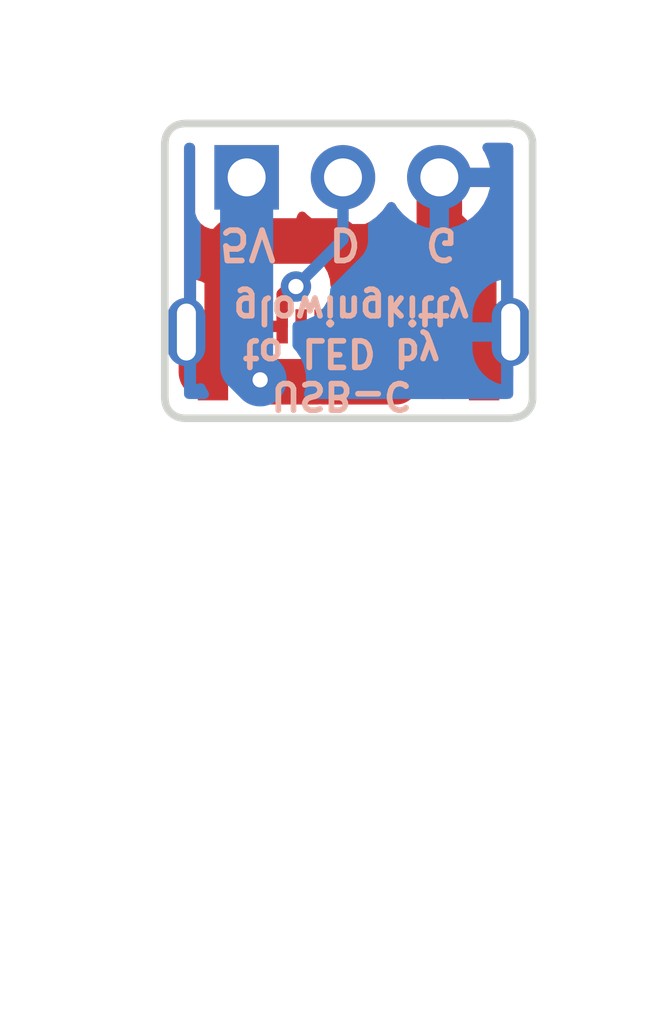
<source format=kicad_pcb>
(kicad_pcb (version 20211014) (generator pcbnew)
  (layers (0 "F.Cu" signal) (31 "B.Cu" signal) (34 "B.Paste" user) (35 "F.Paste" user) (36 "B.SilkS" user "B.Silkscreen") (37 "F.SilkS" user "F.Silkscreen") (38 "B.Mask" user) (39 "F.Mask" user) (44 "Edge.Cuts" user))
  (net 0 "")
  (net 6 "+5V")
  (net 7 "GND")
  (net 8 "DATA")
  (footprint "Connector_PinHeader_2.54mm:PinHeader_1x03_P2.54mm_Vertical" (layer "F.Cu") (at 129.2352 91.5924 90)
    (fp_text reference "J1" hide)
    (fp_text value "Conn_01x03")
    (pad "1" thru_hole rect (at 0 0 90) (size 1.7 1.7) (drill 1) (layers *.Cu *.Mask) (net 6 "+5V"))
    (pad "2" thru_hole oval (at 0 2.54 90) (size 1.7 1.7) (drill 1) (layers *.Cu *.Mask) (net 8 "DATA"))
    (pad "3" thru_hole oval (at 0 5.08 90) (size 1.7 1.7) (drill 1) (layers *.Cu *.Mask) (net 7 "GND"))
  )
  (footprint "USBCmale:U261-121N-4BS2S" (layer "F.Cu") (at 131.922206 101.959414)
    (fp_text reference "U1" hide)
    (fp_text value "U261-121N-4BS2S")
    (pad "25" thru_hole oval locked (at -4.275006 -6.292024) (size 1 1.8) (drill oval 0.500025 1.5) (layers *.Cu *.Mask) (net 7 "GND"))
    (pad "25" smd rect locked (at -3.575006 -5.241986) (size 0.8 1.5) (layers "F.Cu" "F.Paste" "F.Mask") (net 7 "GND"))
    (pad "26" smd rect locked (at 3.575006 -5.241986) (size 0.8 1.5) (layers "F.Cu" "F.Paste" "F.Mask") (net 7 "GND"))
    (pad "26" thru_hole oval locked (at 4.275006 -6.292024) (size 1 1.8) (drill oval 0.500025 1.5) (layers *.Cu *.Mask) (net 7 "GND"))
    (pad "A1" smd rect locked (at 2.749987 -6.442037) (size 0.3 0.9) (layers "F.Cu" "F.Paste" "F.Mask") (net 7 "GND"))
    (pad "A2" smd rect locked (at 2.249987 -6.442037) (size 0.3 0.9) (layers "F.Cu" "F.Paste" "F.Mask"))
    (pad "A3" smd rect locked (at 1.749987 -6.442037) (size 0.3 0.9) (layers "F.Cu" "F.Paste" "F.Mask"))
    (pad "A4" smd rect locked (at 1.249987 -6.442037) (size 0.3 0.9) (layers "F.Cu" "F.Paste" "F.Mask") (net 6 "+5V"))
    (pad "A5" smd rect locked (at -1.250013 -6.442037) (size 0.3 0.9) (layers "F.Cu" "F.Paste" "F.Mask"))
    (pad "A6" smd rect locked (at -1.750013 -6.442037) (size 0.3 0.9) (layers "F.Cu" "F.Paste" "F.Mask") (net 8 "DATA"))
    (pad "A7" smd rect locked (at -2.250013 -6.442037) (size 0.3 0.9) (layers "F.Cu" "F.Paste" "F.Mask") (net 8 "DATA"))
    (pad "A12" smd rect locked (at -2.750013 -6.442037) (size 0.3 0.9) (layers "F.Cu" "F.Paste" "F.Mask") (net 7 "GND"))
    (pad "B9" smd rect locked (at -0.750013 -6.442037) (size 0.3 0.9) (layers "F.Cu" "F.Paste" "F.Mask") (net 6 "+5V"))
    (pad "B10" smd rect locked (at -0.250013 -6.442037) (size 0.3 0.9) (layers "F.Cu" "F.Paste" "F.Mask"))
    (pad "B11" smd rect locked (at 0.249987 -6.442037) (size 0.3 0.9) (layers "F.Cu" "F.Paste" "F.Mask"))
    (pad "B12" smd rect locked (at 0.749987 -6.442037) (size 0.3 0.9) (layers "F.Cu" "F.Paste" "F.Mask") (net 7 "GND"))
  )
  (gr_arc (start 136.418598 90.215407) (mid 136.674898 90.396055) (end 136.773221 90.693806) (layer "Edge.Cuts") (width 0.2))
  (gr_arc (start 127.505557 90.183955) (mid 127.581749 90.175147) (end 127.658392 90.172205) (layer "Edge.Cuts") (width 0.2))
  (gr_line (start 136.773221 90.693806) (end 136.773221 97.418591) (layer "Edge.Cuts") (width 0.2))
  (gr_line (start 127.658392 90.172205) (end 136.127852 90.172205) (layer "Edge.Cuts") (width 0.2))
  (gr_line (start 136.127852 97.940195) (end 127.658398 97.940195) (layer "Edge.Cuts") (width 0.2))
  (gr_arc (start 127.505548 97.928442) (mid 127.202363 97.75973) (end 127.081979 97.434319) (layer "Edge.Cuts") (width 0.2))
  (gr_arc (start 127.081979 90.67808) (mid 127.202366 90.352665) (end 127.505557 90.183955) (layer "Edge.Cuts") (width 0.2))
  (gr_arc (start 127.658398 97.940195) (mid 127.581747 97.937252) (end 127.505548 97.928442) (layer "Edge.Cuts") (width 0.2))
  (gr_arc (start 136.773221 97.418591) (mid 136.6749 97.716339) (end 136.418605 97.896988) (layer "Edge.Cuts") (width 0.2))
  (gr_arc (start 136.127852 90.172205) (mid 136.274821 90.183065) (end 136.418598 90.215407) (layer "Edge.Cuts") (width 0.2))
  (gr_line (start 127.0762 97.434319) (end 127.0762 90.67808) (layer "Edge.Cuts") (width 0.2))
  (gr_arc (start 136.418605 97.896988) (mid 136.274825 97.929333) (end 136.127852 97.940195) (layer "Edge.Cuts") (width 0.2))
  (gr_text "G" (at 134.366 93.345 -180) (layer "B.SilkS") (effects (font (size 0.8 0.8)) (justify mirror)))
  (gr_text "D" (at 131.826 93.345 -180) (layer "B.SilkS") (effects (font (size 0.8 0.8)) (justify mirror)))
  (gr_text "USB-C \nto LED by \nglowingkitty" (at 132.0038 96.2152 -180) (layer "B.SilkS") (effects (font (size 0.7 0.7)) (justify mirror)))
  (gr_text "5V" (at 129.2606 93.345 -180) (layer "B.SilkS") (effects (font (size 0.8 0.8)) (justify mirror)))
  (segment (start 133.172193 95.517377) (end 133.172193 96.316399) (width 0.3) (layer "F.Cu") (net 6))
  (segment (start 131.172193 95.517377) (end 131.172193 96.894407) (width 0.3) (layer "F.Cu") (net 6))
  (segment (start 133.172193 96.316399) (end 133.1722 96.316406) (width 0.3) (layer "F.Cu") (net 6))
  (segment (start 133.1722 96.9772) (end 131.254986 96.9772) (width 1.2) (layer "F.Cu") (net 6))
  (segment (start 131.0894 96.9772) (end 129.6416 96.9772) (width 1.2) (layer "F.Cu") (net 6))
  (segment (start 133.1722 96.316406) (end 133.1722 96.9772) (width 0.3) (layer "F.Cu") (net 6))
  (segment (start 131.172193 96.894407) (end 131.0894 96.9772) (width 0.3) (layer "F.Cu") (net 6))
  (segment (start 131.254986 96.9772) (end 131.172193 96.894407) (width 0.3) (layer "F.Cu") (net 6))
  (segment (start 129.6416 96.9772) (end 129.5908 96.9264) (width 0.3) (layer "F.Cu") (net 6))
  (via (at 129.5908 96.9264) (size 0.8) (drill 0.4) (layers "F.Cu" "B.Cu") (net 6))
  (segment (start 129.2352 96.5708) (end 129.5908 96.9264) (width 1.4) (layer "B.Cu") (net 6))
  (segment (start 129.2352 91.5924) (end 129.2352 96.5708) (width 1.4) (layer "B.Cu") (net 6))
  (segment (start 134.7978 93.3196) (end 134.3152 92.837) (width 1.2) (layer "F.Cu") (net 7))
  (segment (start 131.622364 93.268364) (end 128.880036 93.268364) (width 1.2) (layer "F.Cu") (net 7))
  (segment (start 131.7752 93.4212) (end 134.6962 93.4212) (width 1.2) (layer "F.Cu") (net 7))
  (segment (start 131.7752 93.4212) (end 131.622364 93.268364) (width 1.2) (layer "F.Cu") (net 7))
  (segment (start 128.722682 93.425718) (end 128.722682 95.5294) (width 1.2) (layer "F.Cu") (net 7))
  (segment (start 135.497212 95.855708) (end 135.497212 96.717428) (width 1.4) (layer "F.Cu") (net 7))
  (segment (start 128.880036 93.268364) (end 128.722682 93.425718) (width 1.2) (layer "F.Cu") (net 7))
  (segment (start 134.6962 93.4212) (end 134.7978 93.3196) (width 1.2) (layer "F.Cu") (net 7))
  (segment (start 135.221704 95.5802) (end 135.497212 95.855708) (width 1.4) (layer "F.Cu") (net 7))
  (segment (start 135.221704 93.743504) (end 135.221704 95.5802) (width 1.2) (layer "F.Cu") (net 7))
  (segment (start 128.14208 96.16227) (end 128.14208 96.717428) (width 1.4) (layer "F.Cu") (net 7))
  (segment (start 134.7978 93.3196) (end 135.221704 93.743504) (width 1.2) (layer "F.Cu") (net 7))
  (segment (start 135.221704 95.66739) (end 135.221704 95.5802) (width 1.4) (layer "F.Cu") (net 7))
  (segment (start 134.3152 92.837) (end 134.3152 91.5924) (width 1.2) (layer "F.Cu") (net 7))
  (segment (start 130.372925 94.467875) (end 130.5347 94.467875) (width 0.3) (layer "F.Cu") (net 8))
  (segment (start 130.175 94.6658) (end 130.372925 94.467875) (width 0.3) (layer "F.Cu") (net 8))
  (segment (start 130.172193 94.668607) (end 130.175 94.6658) (width 0.3) (layer "F.Cu") (net 8))
  (segment (start 130.172193 95.517377) (end 130.172193 94.668607) (width 0.3) (layer "F.Cu") (net 8))
  (segment (start 130.172193 95.517377) (end 129.672193 95.517377) (width 0.3) (layer "F.Cu") (net 8))
  (via (at 130.5347 94.467875) (size 0.8) (drill 0.4) (layers "F.Cu" "B.Cu") (net 8))
  (segment (start 131.7752 93.227375) (end 131.7752 91.5924) (width 0.3) (layer "B.Cu") (net 8))
  (segment (start 130.5347 94.467875) (end 131.7752 93.227375) (width 0.3) (layer "B.Cu") (net 8))
  (zone (net 7) (net_name "GND") (layers F&B.Cu) (connect_pads (clearance 0.508)) (min_thickness 0.254) (fill yes (thermal_gap 0.508) (thermal_bridge_width 0.508))
    (polygon (pts (xy 140.0556 100.711) (xy 122.7328 99.8982) (xy 124.4092 87.249) (xy 140.1064 87.1728)))
  )
)
</source>
